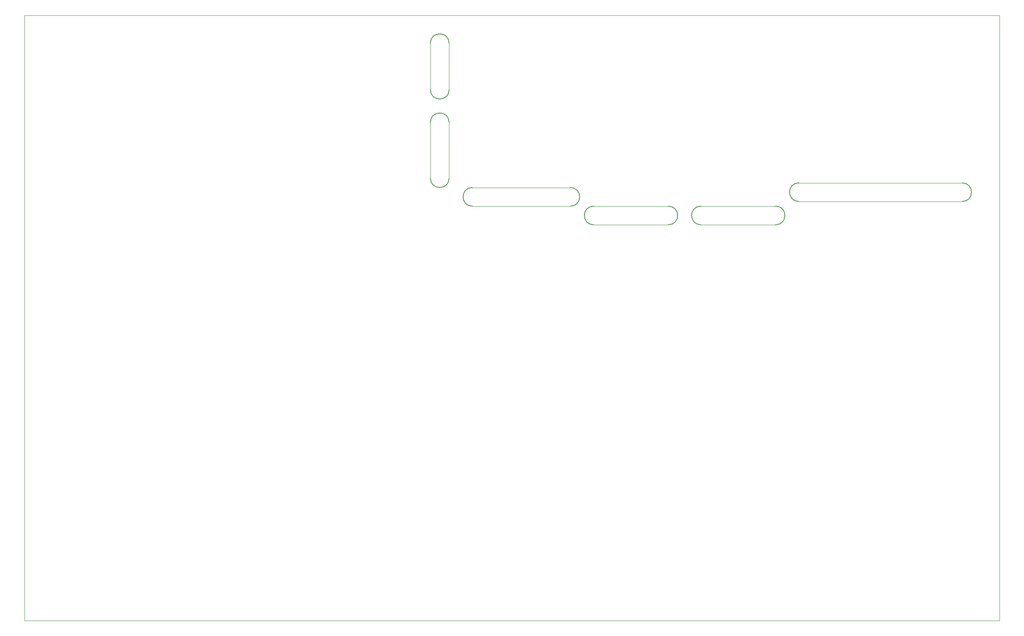
<source format=gbr>
%TF.GenerationSoftware,KiCad,Pcbnew,(6.0.9)*%
%TF.CreationDate,2022-12-30T23:11:11-05:00*%
%TF.ProjectId,reflow,7265666c-6f77-42e6-9b69-6361645f7063,rev?*%
%TF.SameCoordinates,Original*%
%TF.FileFunction,Profile,NP*%
%FSLAX46Y46*%
G04 Gerber Fmt 4.6, Leading zero omitted, Abs format (unit mm)*
G04 Created by KiCad (PCBNEW (6.0.9)) date 2022-12-30 23:11:11*
%MOMM*%
%LPD*%
G01*
G04 APERTURE LIST*
%TA.AperFunction,Profile*%
%ADD10C,0.100000*%
%TD*%
%TA.AperFunction,Profile*%
%ADD11C,0.200000*%
%TD*%
G04 APERTURE END LIST*
D10*
X243000000Y-153000000D02*
X247000000Y-153000000D01*
X243000000Y-23000000D02*
X247000000Y-23000000D01*
X129000000Y-29000000D02*
X129000000Y-39000000D01*
X125000000Y-39000000D02*
X125000000Y-29000000D01*
X129000000Y-46000000D02*
X129000000Y-58000000D01*
X125000000Y-58000000D02*
X125000000Y-46000000D01*
X134000000Y-60000000D02*
X155000000Y-60000000D01*
X155000000Y-64000000D02*
X134000000Y-64000000D01*
X160000000Y-68000000D02*
X176000000Y-68000000D01*
X160000000Y-64000000D02*
X176000000Y-64000000D01*
X183000000Y-68000000D02*
X199000000Y-68000000D01*
X199000000Y-64000000D02*
X183000000Y-64000000D01*
X204000000Y-59000000D02*
X239000000Y-59000000D01*
X239000000Y-63000000D02*
X204000000Y-63000000D01*
D11*
X183000000Y-64000000D02*
G75*
G03*
X183000000Y-68000000I0J-2000000D01*
G01*
X176000000Y-68000000D02*
G75*
G03*
X176000000Y-64000000I0J2000000D01*
G01*
X129000000Y-29000000D02*
G75*
G03*
X125000000Y-29000000I-2000000J0D01*
G01*
X125000000Y-39000000D02*
G75*
G03*
X129000000Y-39000000I2000000J0D01*
G01*
X129000000Y-46000000D02*
G75*
G03*
X125000000Y-46000000I-2000000J0D01*
G01*
X125000000Y-58000000D02*
G75*
G03*
X129000000Y-58000000I2000000J0D01*
G01*
X134000000Y-60000000D02*
G75*
G03*
X134000000Y-64000000I0J-2000000D01*
G01*
X155000000Y-64000000D02*
G75*
G03*
X155000000Y-60000000I0J2000000D01*
G01*
X160000000Y-64000000D02*
G75*
G03*
X160000000Y-68000000I0J-2000000D01*
G01*
X199000000Y-68000000D02*
G75*
G03*
X199000000Y-64000000I0J2000000D01*
G01*
X204000000Y-59000000D02*
G75*
G03*
X204000000Y-63000000I0J-2000000D01*
G01*
X239000000Y-63000000D02*
G75*
G03*
X239000000Y-59000000I0J2000000D01*
G01*
D10*
X38000000Y-23000000D02*
X242000000Y-23000000D01*
X38000000Y-153000000D02*
X38000000Y-23000000D01*
X243000000Y-153000000D02*
X38000000Y-153000000D01*
X247000000Y-23000000D02*
X247000000Y-153000000D01*
X242000000Y-23000000D02*
X243000000Y-23000000D01*
M02*

</source>
